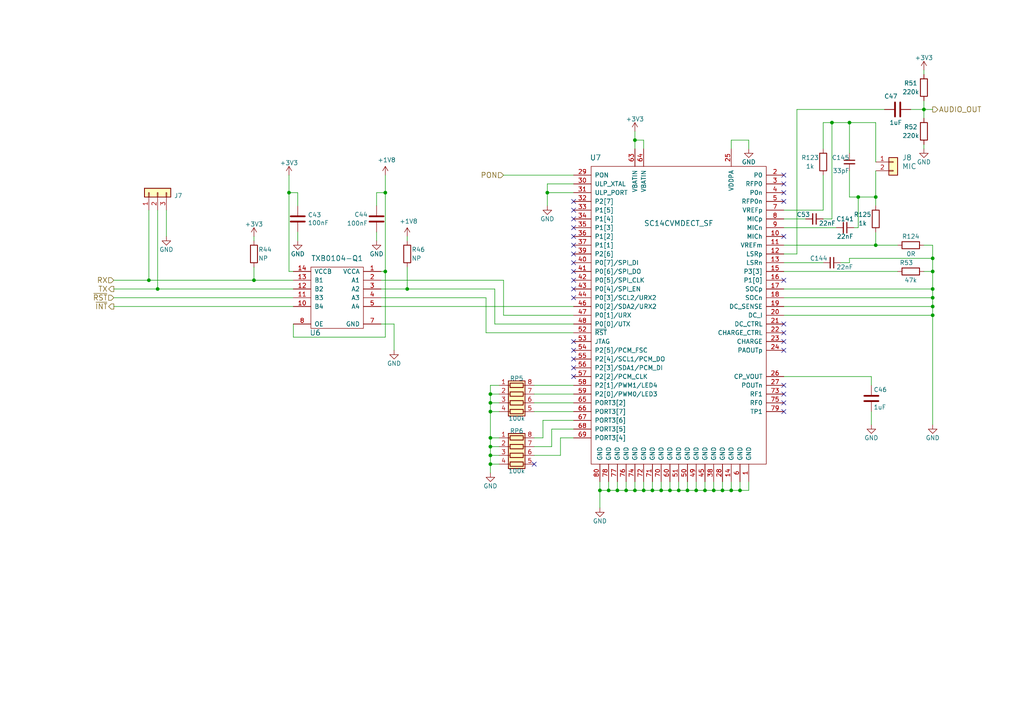
<source format=kicad_sch>
(kicad_sch (version 20211123) (generator eeschema)
  (paper "A4")
  (lib_symbols
    (symbol "Connector_Generic:Conn_01x02" (pin_names (offset 1.016) hide)
      (property "Reference" "J" (at 0 2.54 0))
      (property "Value" "Conn_01x02" (at 0 -5.08 0))
      (symbol "Conn_01x02_1_1"
        (rectangle (start -1.27 -2.413) (end 0 -2.667) (stroke (width 0.1524)))
        (rectangle (start -1.27 0.127) (end 0 -0.127) (stroke (width 0.1524)))
        (rectangle (start -1.27 1.27) (end 1.27 -3.81) (stroke (width 0.254)) (fill (type background)))
        (pin passive line (at -5.08 0 0) (length 3.81) (name "Pin_1") (number "1"))
        (pin passive line (at -5.08 -2.54 0) (length 3.81) (name "Pin_2") (number "2"))
      )
    )
    (symbol "Connector_Generic:Conn_01x03" (pin_names (offset 1.016) hide)
      (property "Reference" "J" (at 0 5.08 0))
      (property "Value" "Conn_01x03" (at 0 -5.08 0))
      (symbol "Conn_01x03_1_1"
        (rectangle (start -1.27 -2.413) (end 0 -2.667) (stroke (width 0.1524)))
        (rectangle (start -1.27 0.127) (end 0 -0.127) (stroke (width 0.1524)))
        (rectangle (start -1.27 2.667) (end 0 2.413) (stroke (width 0.1524)))
        (rectangle (start -1.27 3.81) (end 1.27 -3.81) (stroke (width 0.254)) (fill (type background)))
        (pin passive line (at -5.08 2.54 0) (length 3.81) (name "Pin_1") (number "1"))
        (pin passive line (at -5.08 0 0) (length 3.81) (name "Pin_2") (number "2"))
        (pin passive line (at -5.08 -2.54 0) (length 3.81) (name "Pin_3") (number "3"))
      )
    )
    (symbol "Device:C" (pin_numbers hide) (pin_names (offset 0.254))
      (property "Reference" "C" (at 0.635 2.54 0))
      (property "Value" "C" (at 0.635 -2.54 0))
      (symbol "C_0_1"
        (polyline (pts (xy -2.032 -0.762) (xy 2.032 -0.762)) (stroke (width 0.508)))
        (polyline (pts (xy -2.032 0.762) (xy 2.032 0.762)) (stroke (width 0.508)))
      )
      (symbol "C_1_1"
        (pin passive line (at 0 3.81 270) (length 2.794) (name "~") (number "1"))
        (pin passive line (at 0 -3.81 90) (length 2.794) (name "~") (number "2"))
      )
    )
    (symbol "Device:C_Small" (pin_numbers hide) (pin_names (offset 0.254) hide)
      (property "Reference" "C" (at 0.254 1.778 0))
      (property "Value" "C_Small" (at 0.254 -2.032 0))
      (symbol "C_Small_0_1"
        (polyline (pts (xy -1.524 -0.508) (xy 1.524 -0.508)) (stroke (width 0.3302)))
        (polyline (pts (xy -1.524 0.508) (xy 1.524 0.508)) (stroke (width 0.3048)))
      )
      (symbol "C_Small_1_1"
        (pin passive line (at 0 2.54 270) (length 2.032) (name "~") (number "1"))
        (pin passive line (at 0 -2.54 90) (length 2.032) (name "~") (number "2"))
      )
    )
    (symbol "Device:R" (pin_numbers hide) (pin_names (offset 0))
      (property "Reference" "R" (at 2.032 0 90))
      (property "Value" "R" (at 0 0 90))
      (symbol "R_0_1"
        (rectangle (start -1.016 -2.54) (end 1.016 2.54) (stroke (width 0.254)))
      )
      (symbol "R_1_1"
        (pin passive line (at 0 3.81 270) (length 1.27) (name "~") (number "1"))
        (pin passive line (at 0 -3.81 90) (length 1.27) (name "~") (number "2"))
      )
    )
    (symbol "Device:R_Pack04" (pin_names (offset 0) hide)
      (property "Reference" "RN" (at -7.62 0 90))
      (property "Value" "R_Pack04" (at 5.08 0 90))
      (symbol "R_Pack04_0_1"
        (rectangle (start -6.35 -2.413) (end 3.81 2.413) (stroke (width 0.254)) (fill (type background)))
        (rectangle (start -5.715 1.905) (end -4.445 -1.905) (stroke (width 0.254)))
        (rectangle (start -3.175 1.905) (end -1.905 -1.905) (stroke (width 0.254)))
        (rectangle (start -0.635 1.905) (end 0.635 -1.905) (stroke (width 0.254)))
        (polyline (pts (xy -5.08 -2.54) (xy -5.08 -1.905)))
        (polyline (pts (xy -5.08 1.905) (xy -5.08 2.54)))
        (polyline (pts (xy -2.54 -2.54) (xy -2.54 -1.905)))
        (polyline (pts (xy -2.54 1.905) (xy -2.54 2.54)))
        (polyline (pts (xy 0 -2.54) (xy 0 -1.905)))
        (polyline (pts (xy 0 1.905) (xy 0 2.54)))
        (polyline (pts (xy 2.54 -2.54) (xy 2.54 -1.905)))
        (polyline (pts (xy 2.54 1.905) (xy 2.54 2.54)))
        (rectangle (start 1.905 1.905) (end 3.175 -1.905) (stroke (width 0.254)))
      )
      (symbol "R_Pack04_1_1"
        (pin passive line (at -5.08 -5.08 90) (length 2.54) (name "R1.1") (number "1"))
        (pin passive line (at -2.54 -5.08 90) (length 2.54) (name "R2.1") (number "2"))
        (pin passive line (at 0 -5.08 90) (length 2.54) (name "R3.1") (number "3"))
        (pin passive line (at 2.54 -5.08 90) (length 2.54) (name "R4.1") (number "4"))
        (pin passive line (at 2.54 5.08 270) (length 2.54) (name "R4.2") (number "5"))
        (pin passive line (at 0 5.08 270) (length 2.54) (name "R3.2") (number "6"))
        (pin passive line (at -2.54 5.08 270) (length 2.54) (name "R2.2") (number "7"))
        (pin passive line (at -5.08 5.08 270) (length 2.54) (name "R1.2") (number "8"))
      )
    )
    (symbol "Mainboard-rescue:+1V8-power" (power) (pin_names (offset 0))
      (property "Value" "+1V8-power" (at 0 3.556 0))
      (symbol "+1V8-power_0_1"
        (polyline (pts (xy -0.762 1.27) (xy 0 2.54)))
        (polyline (pts (xy 0 0) (xy 0 2.54)))
        (polyline (pts (xy 0 2.54) (xy 0.762 1.27)))
      )
      (symbol "+1V8-power_1_1"
        (pin power_in line (at 0 0 90) (length 0) hide (name "+1V8") (number "1"))
      )
    )
    (symbol "Mainboard-rescue:+3V3-power" (power) (pin_names (offset 0))
      (property "Value" "+3V3-power" (at 0 3.556 0))
      (symbol "+3V3-power_0_1"
        (polyline (pts (xy -0.762 1.27) (xy 0 2.54)))
        (polyline (pts (xy 0 0) (xy 0 2.54)))
        (polyline (pts (xy 0 2.54) (xy 0.762 1.27)))
      )
      (symbol "+3V3-power_1_1"
        (pin power_in line (at 0 0 90) (length 0) hide (name "+3V3") (number "1"))
      )
    )
    (symbol "Mainboard-rescue:GND-power" (power) (pin_names (offset 0))
      (property "Value" "GND-power" (at 0 -3.81 0))
      (symbol "GND-power_0_1"
        (polyline (pts (xy 0 0) (xy 0 -1.27) (xy 1.27 -1.27) (xy 0 -2.54) (xy -1.27 -1.27) (xy 0 -1.27)))
      )
      (symbol "GND-power_1_1"
        (pin power_in line (at 0 0 270) (length 0) hide (name "GND") (number "1"))
      )
    )
    (symbol "Mainboard:SC14CVMDECT_SF" (pin_names (offset 1.016))
      (property "Reference" "U" (at 6.35 5.08 0))
      (property "Value" "SC14CVMDECT_SF" (at 30.48 -13.97 0))
      (symbol "SC14CVMDECT_SF_0_1"
        (rectangle (start 5.08 2.54) (end 55.88 -83.82))
      )
      (symbol "SC14CVMDECT_SF_1_1"
        (pin power_in line (at 50.8 -88.9 90) (length 5.08) (name "GND") (number "1"))
        (pin input line (at 60.96 -17.78 180) (length 5.08) (name "MICh") (number "10"))
        (pin power_out line (at 60.96 -20.32 180) (length 5.08) (name "VREFm") (number "11"))
        (pin output line (at 60.96 -22.86 180) (length 5.08) (name "LSRp") (number "12"))
        (pin output line (at 60.96 -25.4 180) (length 5.08) (name "LSRn") (number "13"))
        (pin power_in line (at 45.72 -88.9 90) (length 5.08) (name "GND") (number "14"))
        (pin bidirectional line (at 60.96 -27.94 180) (length 5.08) (name "P3[3]") (number "15"))
        (pin bidirectional line (at 60.96 -30.48 180) (length 5.08) (name "P1[0]") (number "16"))
        (pin input line (at 60.96 -33.02 180) (length 5.08) (name "SOCp") (number "17"))
        (pin input line (at 60.96 -35.56 180) (length 5.08) (name "SOCn") (number "18"))
        (pin input line (at 60.96 -38.1 180) (length 5.08) (name "DC_SENSE") (number "19"))
        (pin output line (at 60.96 0 180) (length 5.08) (name "P0") (number "2"))
        (pin input line (at 60.96 -40.64 180) (length 5.08) (name "DC_I") (number "20"))
        (pin output line (at 60.96 -43.18 180) (length 5.08) (name "DC_CTRL") (number "21"))
        (pin output line (at 60.96 -45.72 180) (length 5.08) (name "CHARGE_CTRL") (number "22"))
        (pin input line (at 60.96 -48.26 180) (length 5.08) (name "CHARGE") (number "23"))
        (pin bidirectional line (at 60.96 -50.8 180) (length 5.08) (name "PAOUTp") (number "24"))
        (pin power_in line (at 45.72 7.62 270) (length 5.08) (name "VDDPA") (number "25"))
        (pin output line (at 60.96 -58.42 180) (length 5.08) (name "CP_VOUT") (number "26"))
        (pin output line (at 60.96 -60.96 180) (length 5.08) (name "POUTn") (number "27"))
        (pin power_in line (at 43.18 -88.9 90) (length 5.08) (name "GND") (number "28"))
        (pin input line (at 0 0 0) (length 5.08) (name "PON") (number "29"))
        (pin output line (at 60.96 -2.54 180) (length 5.08) (name "RFP0") (number "3"))
        (pin input line (at 0 -2.54 0) (length 5.08) (name "ULP_XTAL") (number "30"))
        (pin input line (at 0 -5.08 0) (length 5.08) (name "ULP_PORT") (number "31"))
        (pin bidirectional line (at 0 -7.62 0) (length 5.08) (name "P2[7]") (number "32"))
        (pin bidirectional line (at 0 -10.16 0) (length 5.08) (name "P1[5]") (number "33"))
        (pin bidirectional line (at 0 -12.7 0) (length 5.08) (name "P1[4]") (number "34"))
        (pin bidirectional line (at 0 -15.24 0) (length 5.08) (name "P1[3]") (number "35"))
        (pin bidirectional line (at 0 -17.78 0) (length 5.08) (name "P1[2]") (number "36"))
        (pin bidirectional line (at 0 -20.32 0) (length 5.08) (name "P1[1]") (number "37"))
        (pin power_in line (at 40.64 -88.9 90) (length 5.08) (name "GND") (number "38"))
        (pin bidirectional line (at 0 -22.86 0) (length 5.08) (name "P2[6]") (number "39"))
        (pin output line (at 60.96 -5.08 180) (length 5.08) (name "P0n") (number "4"))
        (pin bidirectional line (at 0 -25.4 0) (length 5.08) (name "P0[7]/SPI_DI") (number "40"))
        (pin bidirectional line (at 0 -27.94 0) (length 5.08) (name "P0[6]/SPI_DO") (number "41"))
        (pin bidirectional line (at 0 -30.48 0) (length 5.08) (name "P0[5]/SPI_CLK") (number "42"))
        (pin bidirectional line (at 0 -33.02 0) (length 5.08) (name "P0[4]/SPI_EN") (number "43"))
        (pin bidirectional line (at 0 -35.56 0) (length 5.08) (name "P0[3]/SCL2/URX2") (number "44"))
        (pin power_in line (at 38.1 -88.9 90) (length 5.08) (name "GND") (number "45"))
        (pin bidirectional line (at 0 -38.1 0) (length 5.08) (name "P0[2]/SDA2/URX2") (number "46"))
        (pin bidirectional line (at 0 -40.64 0) (length 5.08) (name "P0[1]/URX") (number "47"))
        (pin output line (at 0 -43.18 0) (length 5.08) (name "P0[0]/UTX") (number "48"))
        (pin power_in line (at 35.56 -88.9 90) (length 5.08) (name "GND") (number "49"))
        (pin output line (at 60.96 -7.62 180) (length 5.08) (name "RFP0n") (number "5"))
        (pin power_in line (at 33.02 -88.9 90) (length 5.08) (name "GND") (number "50"))
        (pin power_in line (at 30.48 -88.9 90) (length 5.08) (name "GND") (number "51"))
        (pin input line (at 0 -45.72 0) (length 5.08) (name "~{RST}") (number "52"))
        (pin bidirectional line (at 0 -48.26 0) (length 5.08) (name "JTAG") (number "53"))
        (pin bidirectional line (at 0 -50.8 0) (length 5.08) (name "P2[5]/PCM_FSC") (number "54"))
        (pin bidirectional line (at 0 -53.34 0) (length 5.08) (name "P2[4]/SCL1/PCM_DO") (number "55"))
        (pin bidirectional line (at 0 -55.88 0) (length 5.08) (name "P2[3]/SDA1/PCM_DI") (number "56"))
        (pin bidirectional line (at 0 -58.42 0) (length 5.08) (name "P2[2]/PCM_CLK") (number "57"))
        (pin bidirectional line (at 0 -60.96 0) (length 5.08) (name "P2[1]/PWM1/LED4") (number "58"))
        (pin bidirectional line (at 0 -63.5 0) (length 5.08) (name "P2[0]/PWM0/LED3") (number "59"))
        (pin power_in line (at 48.26 -88.9 90) (length 5.08) (name "GND") (number "6"))
        (pin power_in line (at 27.94 -88.9 90) (length 5.08) (name "GND") (number "60"))
        (pin no_connect line (at 60.96 -53.34 180) (length 5.08) hide (name "VDDOUT") (number "61"))
        (pin no_connect line (at 60.96 -55.88 180) (length 5.08) hide (name "VBATSW") (number "62"))
        (pin power_in line (at 17.78 7.62 270) (length 5.08) (name "VBATIN") (number "63"))
        (pin power_in line (at 20.32 7.62 270) (length 5.08) (name "VBATIN") (number "64"))
        (pin bidirectional line (at 0 -66.04 0) (length 5.08) (name "PORT3[2]") (number "65"))
        (pin bidirectional line (at 0 -68.58 0) (length 5.08) (name "PORT3[7]") (number "66"))
        (pin bidirectional line (at 0 -71.12 0) (length 5.08) (name "PORT3[6]") (number "67"))
        (pin bidirectional line (at 0 -73.66 0) (length 5.08) (name "PORT3[5]") (number "68"))
        (pin bidirectional line (at 0 -76.2 0) (length 5.08) (name "PORT3[4]") (number "69"))
        (pin output line (at 60.96 -10.16 180) (length 5.08) (name "VREFp") (number "7"))
        (pin power_in line (at 25.4 -88.9 90) (length 5.08) (name "GND") (number "70"))
        (pin power_in line (at 22.86 -88.9 90) (length 5.08) (name "GND") (number "71"))
        (pin power_in line (at 20.32 -88.9 90) (length 5.08) (name "GND") (number "72"))
        (pin unspecified line (at 60.96 -63.5 180) (length 5.08) (name "RF1") (number "73"))
        (pin power_in line (at 17.78 -88.9 90) (length 5.08) (name "GND") (number "74"))
        (pin unspecified line (at 60.96 -66.04 180) (length 5.08) (name "RF0") (number "75"))
        (pin power_in line (at 15.24 -88.9 90) (length 5.08) (name "GND") (number "76"))
        (pin power_in line (at 12.7 -88.9 90) (length 5.08) (name "GND") (number "77"))
        (pin power_in line (at 10.16 -88.9 90) (length 5.08) (name "GND") (number "78"))
        (pin unspecified line (at 60.96 -68.58 180) (length 5.08) (name "TP1") (number "79"))
        (pin input line (at 60.96 -12.7 180) (length 5.08) (name "MICp") (number "8"))
        (pin power_in line (at 7.62 -88.9 90) (length 5.08) (name "GND") (number "80"))
        (pin input line (at 60.96 -15.24 180) (length 5.08) (name "MICn") (number "9"))
      )
    )
    (symbol "Mainboard:TXB0104-Q1" (pin_names (offset 1.016))
      (property "Reference" "U" (at 6.35 3.175 0))
      (property "Value" "TXB0104-Q1" (at 12.7 -18.415 0))
      (symbol "TXB0104-Q1_0_1"
        (rectangle (start 5.08 1.27) (end 20.32 -16.51))
      )
      (symbol "TXB0104-Q1_1_1"
        (pin power_in line (at 0 0 0) (length 5.08) (name "VCCA") (number "1"))
        (pin bidirectional line (at 25.4 -10.16 180) (length 5.08) (name "B4") (number "10"))
        (pin bidirectional line (at 25.4 -7.62 180) (length 5.08) (name "B3") (number "11"))
        (pin bidirectional line (at 25.4 -5.08 180) (length 5.08) (name "B2") (number "12"))
        (pin bidirectional line (at 25.4 -2.54 180) (length 5.08) (name "B1") (number "13"))
        (pin power_in line (at 25.4 0 180) (length 5.08) (name "VCCB") (number "14"))
        (pin bidirectional line (at 0 -2.54 0) (length 5.08) (name "A1") (number "2"))
        (pin bidirectional line (at 0 -5.08 0) (length 5.08) (name "A2") (number "3"))
        (pin bidirectional line (at 0 -7.62 0) (length 5.08) (name "A3") (number "4"))
        (pin bidirectional line (at 0 -10.16 0) (length 5.08) (name "A4") (number "5"))
        (pin no_connect line (at 0 -12.7 0) (length 5.08) hide (name "NC") (number "6"))
        (pin power_in line (at 0 -15.24 0) (length 5.08) (name "GND") (number "7"))
        (pin input line (at 25.4 -15.24 180) (length 5.08) (name "OE") (number "8"))
        (pin no_connect line (at 25.4 -12.7 180) (length 5.08) hide (name "NC") (number "9"))
      )
    )
  )
  (junction (at 83.82 55.88))
  (junction (at 241.3 35.56))
  (junction (at 181.61 142.24))
  (junction (at 270.51 78.74))
  (junction (at 176.53 142.24))
  (junction (at 142.24 119.38))
  (junction (at 214.63 142.24))
  (junction (at 270.51 91.44))
  (junction (at 142.24 134.62))
  (junction (at 184.15 142.24))
  (junction (at 142.24 129.54))
  (junction (at 142.24 116.84))
  (junction (at 118.11 83.82))
  (junction (at 212.09 142.24))
  (junction (at 201.93 142.24))
  (junction (at 43.18 81.28))
  (junction (at 184.15 40.64))
  (junction (at 142.24 114.3))
  (junction (at 254 71.12))
  (junction (at 111.76 55.88))
  (junction (at 45.72 83.82))
  (junction (at 194.31 142.24))
  (junction (at 270.51 74.93))
  (junction (at 207.01 142.24))
  (junction (at 254 57.15))
  (junction (at 111.76 78.74))
  (junction (at 186.69 142.24))
  (junction (at 270.51 88.9))
  (junction (at 267.97 31.75))
  (junction (at 73.66 81.28))
  (junction (at 189.23 142.24))
  (junction (at 270.51 83.82))
  (junction (at 270.51 86.36))
  (junction (at 196.85 142.24))
  (junction (at 142.24 127))
  (junction (at 204.47 142.24))
  (junction (at 158.75 55.88))
  (junction (at 173.99 142.24))
  (junction (at 209.55 142.24))
  (junction (at 246.38 35.56))
  (junction (at 248.92 57.15))
  (junction (at 142.24 132.08))
  (junction (at 179.07 142.24))
  (junction (at 199.39 142.24))
  (junction (at 191.77 142.24))
  (no_connect (at 227.33 53.34))
  (no_connect (at 166.37 101.6))
  (no_connect (at 166.37 78.74))
  (no_connect (at 166.37 63.5))
  (no_connect (at 166.37 68.58))
  (no_connect (at 227.33 96.52))
  (no_connect (at 227.33 93.98))
  (no_connect (at 166.37 86.36))
  (no_connect (at 166.37 106.68))
  (no_connect (at 227.33 55.88))
  (no_connect (at 166.37 58.42))
  (no_connect (at 227.33 58.42))
  (no_connect (at 227.33 101.6))
  (no_connect (at 227.33 116.84))
  (no_connect (at 154.94 134.62))
  (no_connect (at 166.37 60.96))
  (no_connect (at 227.33 119.38))
  (no_connect (at 227.33 50.8))
  (no_connect (at 166.37 71.12))
  (no_connect (at 166.37 66.04))
  (no_connect (at 166.37 81.28))
  (no_connect (at 166.37 76.2))
  (no_connect (at 227.33 81.28))
  (no_connect (at 166.37 109.22))
  (no_connect (at 227.33 68.58))
  (no_connect (at 166.37 73.66))
  (no_connect (at 166.37 104.14))
  (no_connect (at 227.33 114.3))
  (no_connect (at 227.33 99.06))
  (no_connect (at 166.37 99.06))
  (no_connect (at 166.37 83.82))
  (no_connect (at 227.33 111.76))
  (wire (pts (xy 154.94 114.3) (xy 166.37 114.3)))
  (wire (pts (xy 246.38 76.2) (xy 246.38 74.93)))
  (wire (pts (xy 270.51 88.9) (xy 227.33 88.9)))
  (wire (pts (xy 227.33 109.22) (xy 252.73 109.22)))
  (wire (pts (xy 270.51 91.44) (xy 227.33 91.44)))
  (wire (pts (xy 73.66 81.28) (xy 73.66 77.47)))
  (wire (pts (xy 212.09 40.64) (xy 217.17 40.64)))
  (wire (pts (xy 154.94 111.76) (xy 166.37 111.76)))
  (wire (pts (xy 157.48 127) (xy 154.94 127)))
  (wire (pts (xy 186.69 142.24) (xy 186.69 139.7)))
  (wire (pts (xy 254 49.53) (xy 254 57.15)))
  (wire (pts (xy 227.33 66.04) (xy 242.57 66.04)))
  (wire (pts (xy 160.02 124.46) (xy 160.02 129.54)))
  (wire (pts (xy 181.61 142.24) (xy 184.15 142.24)))
  (wire (pts (xy 246.38 57.15) (xy 248.92 57.15)))
  (wire (pts (xy 142.24 116.84) (xy 142.24 119.38)))
  (wire (pts (xy 111.76 50.8) (xy 111.76 55.88)))
  (wire (pts (xy 83.82 78.74) (xy 85.09 78.74)))
  (wire (pts (xy 173.99 142.24) (xy 176.53 142.24)))
  (wire (pts (xy 73.66 81.28) (xy 85.09 81.28)))
  (wire (pts (xy 111.76 78.74) (xy 111.76 97.79)))
  (wire (pts (xy 118.11 68.58) (xy 118.11 69.85)))
  (wire (pts (xy 110.49 93.98) (xy 114.3 93.98)))
  (wire (pts (xy 143.51 93.98) (xy 166.37 93.98)))
  (wire (pts (xy 157.48 121.92) (xy 157.48 127)))
  (wire (pts (xy 173.99 139.7) (xy 173.99 142.24)))
  (wire (pts (xy 114.3 93.98) (xy 114.3 101.6)))
  (wire (pts (xy 154.94 116.84) (xy 166.37 116.84)))
  (wire (pts (xy 248.92 66.04) (xy 248.92 57.15)))
  (wire (pts (xy 146.05 91.44) (xy 146.05 81.28)))
  (wire (pts (xy 254 67.31) (xy 254 71.12)))
  (wire (pts (xy 181.61 142.24) (xy 181.61 139.7)))
  (wire (pts (xy 238.76 43.18) (xy 238.76 35.56)))
  (wire (pts (xy 254 35.56) (xy 254 46.99)))
  (wire (pts (xy 194.31 142.24) (xy 194.31 139.7)))
  (wire (pts (xy 252.73 119.38) (xy 252.73 123.19)))
  (wire (pts (xy 243.84 76.2) (xy 246.38 76.2)))
  (wire (pts (xy 83.82 55.88) (xy 83.82 78.74)))
  (wire (pts (xy 176.53 142.24) (xy 179.07 142.24)))
  (wire (pts (xy 166.37 53.34) (xy 158.75 53.34)))
  (wire (pts (xy 247.65 66.04) (xy 248.92 66.04)))
  (wire (pts (xy 212.09 43.18) (xy 212.09 40.64)))
  (wire (pts (xy 184.15 40.64) (xy 186.69 40.64)))
  (wire (pts (xy 270.51 83.82) (xy 270.51 86.36)))
  (wire (pts (xy 140.97 96.52) (xy 140.97 86.36)))
  (wire (pts (xy 154.94 119.38) (xy 166.37 119.38)))
  (wire (pts (xy 142.24 127) (xy 144.78 127)))
  (wire (pts (xy 270.51 88.9) (xy 270.51 91.44)))
  (wire (pts (xy 233.68 63.5) (xy 227.33 63.5)))
  (wire (pts (xy 162.56 127) (xy 166.37 127)))
  (wire (pts (xy 201.93 142.24) (xy 201.93 139.7)))
  (wire (pts (xy 248.92 57.15) (xy 254 57.15)))
  (wire (pts (xy 267.97 20.32) (xy 267.97 21.59)))
  (wire (pts (xy 238.76 60.96) (xy 227.33 60.96)))
  (wire (pts (xy 142.24 134.62) (xy 144.78 134.62)))
  (wire (pts (xy 184.15 40.64) (xy 184.15 43.18)))
  (wire (pts (xy 267.97 31.75) (xy 267.97 34.29)))
  (wire (pts (xy 158.75 53.34) (xy 158.75 55.88)))
  (wire (pts (xy 142.24 114.3) (xy 144.78 114.3)))
  (wire (pts (xy 246.38 35.56) (xy 254 35.56)))
  (wire (pts (xy 142.24 119.38) (xy 142.24 127)))
  (wire (pts (xy 196.85 142.24) (xy 199.39 142.24)))
  (wire (pts (xy 86.36 67.31) (xy 86.36 69.85)))
  (wire (pts (xy 199.39 142.24) (xy 201.93 142.24)))
  (wire (pts (xy 85.09 97.79) (xy 111.76 97.79)))
  (wire (pts (xy 212.09 142.24) (xy 214.63 142.24)))
  (wire (pts (xy 246.38 49.53) (xy 246.38 57.15)))
  (wire (pts (xy 214.63 142.24) (xy 217.17 142.24)))
  (wire (pts (xy 270.51 83.82) (xy 227.33 83.82)))
  (wire (pts (xy 209.55 142.24) (xy 212.09 142.24)))
  (wire (pts (xy 267.97 71.12) (xy 270.51 71.12)))
  (wire (pts (xy 246.38 74.93) (xy 270.51 74.93)))
  (wire (pts (xy 246.38 35.56) (xy 246.38 44.45)))
  (wire (pts (xy 110.49 88.9) (xy 166.37 88.9)))
  (wire (pts (xy 142.24 134.62) (xy 142.24 137.16)))
  (wire (pts (xy 184.15 142.24) (xy 186.69 142.24)))
  (wire (pts (xy 118.11 83.82) (xy 143.51 83.82)))
  (wire (pts (xy 142.24 129.54) (xy 144.78 129.54)))
  (wire (pts (xy 209.55 142.24) (xy 209.55 139.7)))
  (wire (pts (xy 83.82 55.88) (xy 86.36 55.88)))
  (wire (pts (xy 33.02 83.82) (xy 45.72 83.82)))
  (wire (pts (xy 158.75 55.88) (xy 158.75 59.69)))
  (wire (pts (xy 241.3 35.56) (xy 246.38 35.56)))
  (wire (pts (xy 118.11 77.47) (xy 118.11 83.82)))
  (wire (pts (xy 142.24 129.54) (xy 142.24 132.08)))
  (wire (pts (xy 204.47 142.24) (xy 204.47 139.7)))
  (wire (pts (xy 142.24 132.08) (xy 142.24 134.62)))
  (wire (pts (xy 111.76 78.74) (xy 110.49 78.74)))
  (wire (pts (xy 83.82 50.8) (xy 83.82 55.88)))
  (wire (pts (xy 86.36 55.88) (xy 86.36 59.69)))
  (wire (pts (xy 173.99 142.24) (xy 173.99 147.32)))
  (wire (pts (xy 270.51 74.93) (xy 270.51 78.74)))
  (wire (pts (xy 270.51 91.44) (xy 270.51 123.19)))
  (wire (pts (xy 231.14 73.66) (xy 231.14 31.75)))
  (wire (pts (xy 184.15 38.1) (xy 184.15 40.64)))
  (wire (pts (xy 214.63 142.24) (xy 214.63 139.7)))
  (wire (pts (xy 212.09 142.24) (xy 212.09 139.7)))
  (wire (pts (xy 33.02 86.36) (xy 85.09 86.36)))
  (wire (pts (xy 48.26 60.96) (xy 48.26 68.58)))
  (wire (pts (xy 45.72 60.96) (xy 45.72 83.82)))
  (wire (pts (xy 207.01 142.24) (xy 209.55 142.24)))
  (wire (pts (xy 184.15 142.24) (xy 184.15 139.7)))
  (wire (pts (xy 254 57.15) (xy 254 59.69)))
  (wire (pts (xy 142.24 116.84) (xy 144.78 116.84)))
  (wire (pts (xy 241.3 63.5) (xy 241.3 35.56)))
  (wire (pts (xy 238.76 35.56) (xy 241.3 35.56)))
  (wire (pts (xy 146.05 81.28) (xy 110.49 81.28)))
  (wire (pts (xy 179.07 142.24) (xy 179.07 139.7)))
  (wire (pts (xy 238.76 60.96) (xy 238.76 50.8)))
  (wire (pts (xy 144.78 111.76) (xy 142.24 111.76)))
  (wire (pts (xy 142.24 127) (xy 142.24 129.54)))
  (wire (pts (xy 191.77 142.24) (xy 194.31 142.24)))
  (wire (pts (xy 231.14 31.75) (xy 256.54 31.75)))
  (wire (pts (xy 43.18 81.28) (xy 73.66 81.28)))
  (wire (pts (xy 267.97 41.91) (xy 267.97 43.18)))
  (wire (pts (xy 191.77 142.24) (xy 191.77 139.7)))
  (wire (pts (xy 267.97 29.21) (xy 267.97 31.75)))
  (wire (pts (xy 196.85 142.24) (xy 196.85 139.7)))
  (wire (pts (xy 45.72 83.82) (xy 85.09 83.82)))
  (wire (pts (xy 267.97 31.75) (xy 270.51 31.75)))
  (wire (pts (xy 146.05 50.8) (xy 166.37 50.8)))
  (wire (pts (xy 142.24 114.3) (xy 142.24 116.84)))
  (wire (pts (xy 201.93 142.24) (xy 204.47 142.24)))
  (wire (pts (xy 270.51 86.36) (xy 270.51 88.9)))
  (wire (pts (xy 142.24 119.38) (xy 144.78 119.38)))
  (wire (pts (xy 270.51 78.74) (xy 270.51 83.82)))
  (wire (pts (xy 207.01 142.24) (xy 207.01 139.7)))
  (wire (pts (xy 109.22 55.88) (xy 109.22 59.69)))
  (wire (pts (xy 189.23 142.24) (xy 191.77 142.24)))
  (wire (pts (xy 217.17 40.64) (xy 217.17 43.18)))
  (wire (pts (xy 143.51 83.82) (xy 143.51 93.98)))
  (wire (pts (xy 162.56 127) (xy 162.56 132.08)))
  (wire (pts (xy 264.16 31.75) (xy 267.97 31.75)))
  (wire (pts (xy 160.02 124.46) (xy 166.37 124.46)))
  (wire (pts (xy 189.23 142.24) (xy 189.23 139.7)))
  (wire (pts (xy 254 71.12) (xy 260.35 71.12)))
  (wire (pts (xy 146.05 91.44) (xy 166.37 91.44)))
  (wire (pts (xy 270.51 71.12) (xy 270.51 74.93)))
  (wire (pts (xy 85.09 93.98) (xy 85.09 97.79)))
  (wire (pts (xy 160.02 129.54) (xy 154.94 129.54)))
  (wire (pts (xy 110.49 83.82) (xy 118.11 83.82)))
  (wire (pts (xy 176.53 142.24) (xy 176.53 139.7)))
  (wire (pts (xy 109.22 67.31) (xy 109.22 69.85)))
  (wire (pts (xy 186.69 40.64) (xy 186.69 43.18)))
  (wire (pts (xy 166.37 55.88) (xy 158.75 55.88)))
  (wire (pts (xy 270.51 86.36) (xy 227.33 86.36)))
  (wire (pts (xy 111.76 55.88) (xy 109.22 55.88)))
  (wire (pts (xy 227.33 71.12) (xy 254 71.12)))
  (wire (pts (xy 111.76 55.88) (xy 111.76 78.74)))
  (wire (pts (xy 194.31 142.24) (xy 196.85 142.24)))
  (wire (pts (xy 238.76 63.5) (xy 241.3 63.5)))
  (wire (pts (xy 157.48 121.92) (xy 166.37 121.92)))
  (wire (pts (xy 162.56 132.08) (xy 154.94 132.08)))
  (wire (pts (xy 199.39 142.24) (xy 199.39 139.7)))
  (wire (pts (xy 33.02 81.28) (xy 43.18 81.28)))
  (wire (pts (xy 85.09 88.9) (xy 33.02 88.9)))
  (wire (pts (xy 227.33 76.2) (xy 238.76 76.2)))
  (wire (pts (xy 140.97 96.52) (xy 166.37 96.52)))
  (wire (pts (xy 142.24 132.08) (xy 144.78 132.08)))
  (wire (pts (xy 186.69 142.24) (xy 189.23 142.24)))
  (wire (pts (xy 73.66 68.58) (xy 73.66 69.85)))
  (wire (pts (xy 43.18 60.96) (xy 43.18 81.28)))
  (wire (pts (xy 142.24 111.76) (xy 142.24 114.3)))
  (wire (pts (xy 227.33 78.74) (xy 260.35 78.74)))
  (wire (pts (xy 227.33 73.66) (xy 231.14 73.66)))
  (wire (pts (xy 217.17 142.24) (xy 217.17 139.7)))
  (wire (pts (xy 179.07 142.24) (xy 181.61 142.24)))
  (wire (pts (xy 140.97 86.36) (xy 110.49 86.36)))
  (wire (pts (xy 252.73 109.22) (xy 252.73 111.76)))
  (wire (pts (xy 204.47 142.24) (xy 207.01 142.24)))
  (wire (pts (xy 270.51 78.74) (xy 267.97 78.74)))
  (hierarchical_label "RX" (shape input) (at 33.02 81.28 180) (effects (font (size 1.524 1.524))))
  (hierarchical_label "~{INT}" (shape output) (at 33.02 88.9 180) (effects (font (size 1.524 1.524))))
  (hierarchical_label "PON" (shape input) (at 146.05 50.8 180) (effects (font (size 1.524 1.524))))
  (hierarchical_label "AUDIO_OUT" (shape output) (at 270.51 31.75 0) (effects (font (size 1.524 1.524))))
  (hierarchical_label "~{RST}" (shape input) (at 33.02 86.36 180) (effects (font (size 1.524 1.524))))
  (hierarchical_label "TX" (shape output) (at 33.02 83.82 180) (effects (font (size 1.524 1.524))))
  (symbol (lib_id "Mainboard:SC14CVMDECT_SF") (at 166.37 50.8 0) (unit 1)
    (property "Reference" "U7" (at 172.72 45.72 0) (effects (font (size 1.524 1.524))))
    (property "Value" "SC14CVMDECT_SF" (at 196.85 64.77 0) (effects (font (size 1.524 1.524))))
    (property "Footprint" "Modules_various:SC14CVMDECT_SF" (effects hide))
  )
  (symbol (lib_id "Mainboard-rescue:GND-power") (at 173.99 147.32 0) (unit 1)
    (property "Reference" "#PWR063" (effects hide))
    (property "Value" "GND" (at 173.99 151.13 0))
  )
  (symbol (lib_id "Mainboard-rescue:+3V3-power") (at 184.15 38.1 0) (unit 1)
    (property "Reference" "#PWR064" (effects hide))
    (property "Value" "+3V3" (at 184.15 34.544 0))
  )
  (symbol (lib_id "Device:C") (at 252.73 115.57 0) (unit 1)
    (property "Reference" "C46" (at 253.365 113.03 0) (effects (justify left)))
    (property "Value" "1uF" (at 253.365 118.11 0) (effects (justify left)))
    (property "Footprint" "Capacitors_SMD:C_0603_HandSoldering" (effects hide))
  )
  (symbol (lib_id "Mainboard-rescue:GND-power") (at 252.73 123.19 0) (unit 1)
    (property "Reference" "#PWR065" (effects hide))
    (property "Value" "GND" (at 252.73 127 0))
  )
  (symbol (lib_id "Mainboard-rescue:GND-power") (at 270.51 123.19 0) (unit 1)
    (property "Reference" "#PWR066" (effects hide))
    (property "Value" "GND" (at 270.51 127 0))
  )
  (symbol (lib_id "Mainboard-rescue:GND-power") (at 158.75 59.69 0) (unit 1)
    (property "Reference" "#PWR067" (effects hide))
    (property "Value" "GND" (at 158.75 63.5 0))
  )
  (symbol (lib_id "Device:R") (at 264.16 78.74 270) (unit 1)
    (property "Reference" "R53" (at 262.89 76.2 90))
    (property "Value" "47k" (at 264.16 81.28 90))
    (property "Footprint" "Resistors_SMD:R_0603_HandSoldering" (effects hide))
  )
  (symbol (lib_id "Mainboard:TXB0104-Q1") (at 110.49 78.74 0) (mirror y) (unit 1)
    (property "Reference" "U6" (at 91.44 96.52 0) (effects (font (size 1.524 1.524))))
    (property "Value" "TXB0104-Q1" (at 97.79 74.93 0) (effects (font (size 1.524 1.524))))
    (property "Footprint" "Housings_SSOP:TSSOP-14_4.4x5mm_Pitch0.65mm" (effects hide))
    (property "Manufacturer" "Texas Instruments" (effects hide))
    (property "Type" "TXB0104PWR" (effects hide))
    (property "Source" "Farnell" (effects hide))
    (property "Order Number" "1607891" (effects hide))
  )
  (symbol (lib_id "Mainboard-rescue:GND-power") (at 114.3 101.6 0) (unit 1)
    (property "Reference" "#PWR068" (effects hide))
    (property "Value" "GND" (at 114.3 105.41 0))
  )
  (symbol (lib_id "Mainboard-rescue:+3V3-power") (at 83.82 50.8 0) (unit 1)
    (property "Reference" "#PWR069" (effects hide))
    (property "Value" "+3V3" (at 83.82 47.244 0))
  )
  (symbol (lib_id "Mainboard-rescue:GND-power") (at 86.36 69.85 0) (unit 1)
    (property "Reference" "#PWR070" (effects hide))
    (property "Value" "GND" (at 86.36 73.66 0))
  )
  (symbol (lib_id "Device:C") (at 86.36 63.5 0) (unit 1)
    (property "Reference" "C43" (at 89.281 62.3316 0) (effects (justify left)))
    (property "Value" "100nF" (at 89.281 64.643 0) (effects (justify left)))
    (property "Footprint" "Capacitors_SMD:C_0603_HandSoldering" (effects hide))
  )
  (symbol (lib_id "Device:C") (at 260.35 31.75 90) (unit 1)
    (property "Reference" "C47" (at 260.35 27.94 90) (effects (justify left)))
    (property "Value" "1uF" (at 261.62 35.56 90) (effects (justify left)))
    (property "Footprint" "Capacitors_SMD:C_0603_HandSoldering" (effects hide))
  )
  (symbol (lib_id "Device:R") (at 267.97 25.4 0) (unit 1)
    (property "Reference" "R51" (at 264.16 24.13 0))
    (property "Value" "220k" (at 264.16 26.67 0))
    (property "Footprint" "Resistors_SMD:R_0603_HandSoldering" (effects hide))
    (property "Manufacturer" "Value" (effects hide))
    (property "Type" "Value" (effects hide))
    (property "Source" "Farnell" (effects hide))
    (property "Order Number" "Value" (effects hide))
  )
  (symbol (lib_id "Device:R") (at 267.97 38.1 0) (unit 1)
    (property "Reference" "R52" (at 264.16 36.83 0))
    (property "Value" "220k" (at 264.16 39.37 0))
    (property "Footprint" "Resistors_SMD:R_0603_HandSoldering" (effects hide))
    (property "Manufacturer" "Value" (effects hide))
    (property "Type" "Value" (effects hide))
    (property "Source" "Farnell" (effects hide))
    (property "Order Number" "Value" (effects hide))
  )
  (symbol (lib_id "Mainboard-rescue:GND-power") (at 267.97 43.18 0) (unit 1)
    (property "Reference" "#PWR071" (effects hide))
    (property "Value" "GND" (at 267.97 46.99 0))
  )
  (symbol (lib_id "Mainboard-rescue:+3V3-power") (at 267.97 20.32 0) (unit 1)
    (property "Reference" "#PWR072" (effects hide))
    (property "Value" "+3V3" (at 267.97 16.764 0))
  )
  (symbol (lib_id "Device:R") (at 73.66 73.66 0) (unit 1)
    (property "Reference" "R44" (at 74.93 72.39 0) (effects (justify left)))
    (property "Value" "NP" (at 74.93 74.93 0) (effects (justify left)))
    (property "Footprint" "Resistors_SMD:R_0603_HandSoldering" (effects hide))
    (property "Manufacturer" "Value" (effects hide))
    (property "Type" "Value" (effects hide))
    (property "Source" "Farnell" (effects hide))
    (property "Order Number" "Value" (effects hide))
  )
  (symbol (lib_id "Mainboard-rescue:+3V3-power") (at 73.66 68.58 0) (unit 1)
    (property "Reference" "#PWR073" (effects hide))
    (property "Value" "+3V3" (at 73.66 65.024 0))
  )
  (symbol (lib_id "Mainboard-rescue:+1V8-power") (at 111.76 50.8 0) (unit 1)
    (property "Reference" "#PWR074" (effects hide))
    (property "Value" "+1V8" (at 112.141 46.4058 0))
  )
  (symbol (lib_id "Device:R") (at 118.11 73.66 0) (unit 1)
    (property "Reference" "R46" (at 119.38 72.39 0) (effects (justify left)))
    (property "Value" "NP" (at 119.38 74.93 0) (effects (justify left)))
    (property "Footprint" "Resistors_SMD:R_0603_HandSoldering" (effects hide))
    (property "Manufacturer" "Value" (effects hide))
    (property "Type" "Value" (effects hide))
    (property "Source" "Farnell" (effects hide))
    (property "Order Number" "Value" (effects hide))
  )
  (symbol (lib_id "Mainboard-rescue:+1V8-power") (at 118.11 68.58 0) (unit 1)
    (property "Reference" "#PWR075" (effects hide))
    (property "Value" "+1V8" (at 118.491 64.1858 0))
  )
  (symbol (lib_id "Mainboard-rescue:GND-power") (at 142.24 137.16 0) (unit 1)
    (property "Reference" "#PWR076" (effects hide))
    (property "Value" "GND" (at 142.24 140.97 0))
  )
  (symbol (lib_id "Device:C") (at 109.22 63.5 0) (unit 1)
    (property "Reference" "C44" (at 106.68 62.23 0) (effects (justify right)))
    (property "Value" "100nF" (at 106.68 64.77 0) (effects (justify right)))
    (property "Footprint" "Capacitors_SMD:C_0603_HandSoldering" (effects hide))
  )
  (symbol (lib_id "Mainboard-rescue:GND-power") (at 109.22 69.85 0) (unit 1)
    (property "Reference" "#PWR077" (effects hide))
    (property "Value" "GND" (at 109.22 73.66 0))
  )
  (symbol (lib_id "Device:R_Pack04") (at 149.86 116.84 270) (unit 1)
    (property "Reference" "RP5" (at 149.86 110.49 90) (effects (justify bottom)))
    (property "Value" "100k" (at 149.86 120.65 90) (effects (justify top)))
    (property "Footprint" "Resistors_SMD:R_Array_Convex_4x0603" (effects hide))
    (property "Manufacturer" "Panasonic" (effects hide))
    (property "Type" "EXB38V104JV" (effects hide))
    (property "Source" "Farnell" (effects hide))
    (property "Order Number" "2060112" (effects hide))
  )
  (symbol (lib_id "Device:R_Pack04") (at 149.86 132.08 270) (unit 1)
    (property "Reference" "RP6" (at 149.86 125.73 90) (effects (justify bottom)))
    (property "Value" "100k" (at 149.86 135.89 90) (effects (justify top)))
    (property "Footprint" "Resistors_SMD:R_Array_Convex_4x0603" (effects hide))
    (property "Manufacturer" "Panasonic" (effects hide))
    (property "Type" "EXB38V104JV" (effects hide))
    (property "Source" "Farnell" (effects hide))
    (property "Order Number" "2060112" (effects hide))
  )
  (symbol (lib_id "Connector_Generic:Conn_01x03") (at 45.72 55.88 90) (unit 1)
    (property "Reference" "J7" (at 50.4952 56.769 90) (effects (justify right)))
    (property "Value" "CONN_01X03" (effects hide))
    (property "Footprint" "Pin_Headers:Pin_Header_Straight_1x03" (effects hide))
    (property "Manufacturer" "Value" (effects hide))
    (property "Type" "Value" (effects hide))
    (property "Source" "Farnell" (effects hide))
    (property "Order Number" "Value" (effects hide))
  )
  (symbol (lib_id "Mainboard-rescue:GND-power") (at 48.26 68.58 0) (unit 1)
    (property "Reference" "#PWR078" (effects hide))
    (property "Value" "GND" (at 48.26 72.39 0))
  )
  (symbol (lib_id "Device:R") (at 264.16 71.12 270) (unit 1)
    (property "Reference" "R124" (at 261.62 68.58 90) (effects (justify left)))
    (property "Value" "0R" (at 262.89 73.66 90) (effects (justify left)))
    (property "Footprint" "Resistors_SMD:R_0603_HandSoldering" (effects hide))
  )
  (symbol (lib_id "Device:C_Small") (at 245.11 66.04 270) (unit 1)
    (property "Reference" "C141" (at 245.11 63.5 90))
    (property "Value" "22nF" (at 245.11 68.58 90))
    (property "Footprint" "Capacitors_SMD:C_0603_HandSoldering" (effects hide))
  )
  (symbol (lib_id "Connector_Generic:Conn_01x02") (at 259.08 46.99 0) (unit 1)
    (property "Reference" "J8" (at 261.62 45.72 0) (effects (font (size 1.524 1.524)) (justify left)))
    (property "Value" "MIC" (at 261.62 48.26 0) (effects (font (size 1.524 1.524)) (justify left)))
    (property "Footprint" "Pin_Headers:Pin_Header_Straight_1x02" (effects hide))
    (property "Manufacturer" "PRO SIGNAL" (effects hide))
    (property "Type" "ABM-702-RC" (effects hide))
    (property "Source" "Farnell" (effects hide))
    (property "Order Number" "1736558" (effects hide))
  )
  (symbol (lib_id "Device:R") (at 238.76 46.99 0) (unit 1)
    (property "Reference" "R123" (at 234.95 45.72 0))
    (property "Value" "1k" (at 234.95 48.26 0))
    (property "Footprint" "Resistors_SMD:R_0603_HandSoldering" (effects hide))
    (property "Manufacturer" "Value" (effects hide))
    (property "Type" "Value" (effects hide))
    (property "Source" "Farnell" (effects hide))
    (property "Order Number" "Value" (effects hide))
  )
  (symbol (lib_id "Device:C_Small") (at 236.22 63.5 270) (unit 1)
    (property "Reference" "C53" (at 234.95 62.23 90) (effects (justify right)))
    (property "Value" "22nF" (at 237.49 64.77 90) (effects (justify left)))
    (property "Footprint" "Capacitors_SMD:C_0603_HandSoldering" (effects hide))
  )
  (symbol (lib_id "Device:R") (at 254 63.5 0) (unit 1)
    (property "Reference" "R125" (at 250.19 62.23 0))
    (property "Value" "1k" (at 250.19 64.77 0))
    (property "Footprint" "Resistors_SMD:R_0603_HandSoldering" (effects hide))
    (property "Manufacturer" "Value" (effects hide))
    (property "Type" "Value" (effects hide))
    (property "Source" "Farnell" (effects hide))
    (property "Order Number" "Value" (effects hide))
  )
  (symbol (lib_id "Device:C_Small") (at 241.3 76.2 270) (unit 1)
    (property "Reference" "C144" (at 240.03 74.93 90) (effects (justify right)))
    (property "Value" "22nF" (at 242.57 77.47 90) (effects (justify left)))
    (property "Footprint" "Capacitors_SMD:C_0603_HandSoldering" (effects hide))
  )
  (symbol (lib_id "Device:C_Small") (at 246.38 46.99 0) (unit 1)
    (property "Reference" "C145" (at 246.38 45.72 0) (effects (justify right)))
    (property "Value" "33pF" (at 246.38 49.53 0) (effects (justify right)))
    (property "Footprint" "Capacitors_SMD:C_0603_HandSoldering" (effects hide))
  )
  (symbol (lib_id "Mainboard-rescue:GND-power") (at 217.17 43.18 0) (unit 1)
    (property "Reference" "#PWR079" (effects hide))
    (property "Value" "GND" (at 217.17 46.99 0))
  )
)
</source>
